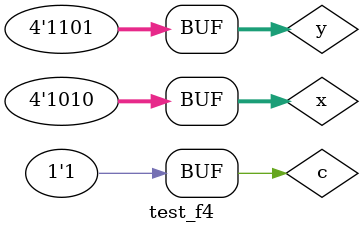
<source format=v>
module op1b (output s, input a, input b, input c); 

wire s1, s2;

and AND1 (s1, ~c, a);
and AND2 (s2, c, b);
or OR1 (s, s1, s2);

endmodule // op1b 

// ------------------------- 
// optador4b 
// ------------------------- 
module op4b (output [3:0] s, input [3:0] a, input [3:0] b,input c); 

op1b OP1 (s[0], a[0], b[0], c);
op1b OP2 (s[1], a[1], b[1], c);
op1b OP3 (s[2], a[2], b[2], c);
op1b OP4 (s[3], a[3], b[3], c);

endmodule // op4b 

// ------------------------- 
// SelI1b 
// ------------------------- 
module selI1b (output s, input a, input c); 

xor XOR1 (s, a, c);
endmodule // selI1b 
 
// ------------------------- 
// SelI4b 
// ------------------------- 
module selI4b (output [3:0] s, input [3:0] a, input c); 

xor XOR0 (s[0], a[0], c);
xor XOR1 (s[1], a[1], c);
xor XOR2 (s[2], a[2], c);
xor XOR3 (s[3], a[3], c);
endmodule // selI4b 

// ------------------------- 
// f4_gate 
// ------------------------- 
module f4 (output [3:0] s,output [3:0] ns,input [3:0] a, input [3:0] b,input c); 

wire [3:0] fioXOR, fioOR, fioOOUT, fioNOUT;

xor XOR1 (fioXOR[0], a[0], b[0]);
xor XOR2 (fioXOR[1], a[1], b[1]);
xor XOR3 (fioXOR[2], a[2], b[2]);
xor XOR4 (fioXOR[3], a[3], b[3]);

or OR1 (fioOR[0], a[0], b[0]);
or OR2 (fioOR[1], a[1], b[1]);
or OR3 (fioOR[2], a[2], b[2]);
or OR4 (fioOR[3], a[3], b[3]);

op4b op1 (s, fioOR, fioXOR, c);

assign ns = ~s;

endmodule // f4 
// ------------------------- 
module test_f4; 
// ------------------------- definir dados 
reg [3:0] x; 
reg [3:0] y; 
reg c;
wire [3:0] z1, z2; 
f4 modulo (z1, z2, x, y, c); 
// ------------------------- parte principal 
initial begin 
$display("Exemplo0034 - Jonatas Sena Ferreira - 427424"); 
$display("Test LU's module"); 
x = 4'b0011; y = 4'b0101; c=0;
// projetar testes do modulo 
#1 $monitor("%3b %3b option: %1b = %3b also %3b",x,y,c,z1,z2); 
#1 c=1;
#1 x = 4'b1010; y = 4'b1100; c=0;
#1 x = 4'b0010; y = 4'b1101; c=1;
#1 x = 4'b1111; y = 4'b1111; c=0;
#1 x = 4'b1111; y = 4'b1111; c=1;
#1 x = 4'b0100; y = 4'b0000; c=0;
#1 x = 4'b0001; y = 4'b0100; c=1;
#1 x = 4'b1010; y = 4'b0101; c=0;
#1 x = 4'b1010; y = 4'b1101; c=1;
end 
endmodule // test_f4 
</source>
